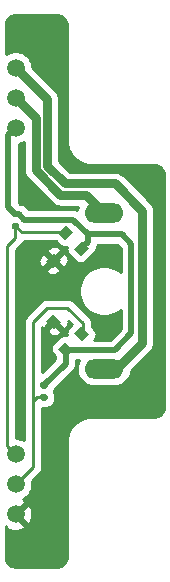
<source format=gbr>
%TF.GenerationSoftware,KiCad,Pcbnew,5.1.9-73d0e3b20d~88~ubuntu20.04.1*%
%TF.CreationDate,2020-12-26T20:48:19-08:00*%
%TF.ProjectId,encoder,656e636f-6465-4722-9e6b-696361645f70,rev?*%
%TF.SameCoordinates,Original*%
%TF.FileFunction,Copper,L1,Top*%
%TF.FilePolarity,Positive*%
%FSLAX46Y46*%
G04 Gerber Fmt 4.6, Leading zero omitted, Abs format (unit mm)*
G04 Created by KiCad (PCBNEW 5.1.9-73d0e3b20d~88~ubuntu20.04.1) date 2020-12-26 20:48:19*
%MOMM*%
%LPD*%
G01*
G04 APERTURE LIST*
%TA.AperFunction,ComponentPad*%
%ADD10O,3.300000X1.650000*%
%TD*%
%TA.AperFunction,ComponentPad*%
%ADD11C,1.520000*%
%TD*%
%TA.AperFunction,SMDPad,CuDef*%
%ADD12C,0.100000*%
%TD*%
%TA.AperFunction,ViaPad*%
%ADD13C,0.800000*%
%TD*%
%TA.AperFunction,Conductor*%
%ADD14C,0.750000*%
%TD*%
%TA.AperFunction,Conductor*%
%ADD15C,0.250000*%
%TD*%
%TA.AperFunction,Conductor*%
%ADD16C,0.500000*%
%TD*%
%TA.AperFunction,Conductor*%
%ADD17C,0.254000*%
%TD*%
%TA.AperFunction,Conductor*%
%ADD18C,0.100000*%
%TD*%
G04 APERTURE END LIST*
%TO.P,R2,2*%
%TO.N,/QUADB*%
%TA.AperFunction,SMDPad,CuDef*%
G36*
G01*
X92315000Y-94240000D02*
X92685000Y-94240000D01*
G75*
G02*
X92820000Y-94375000I0J-135000D01*
G01*
X92820000Y-94645000D01*
G75*
G02*
X92685000Y-94780000I-135000J0D01*
G01*
X92315000Y-94780000D01*
G75*
G02*
X92180000Y-94645000I0J135000D01*
G01*
X92180000Y-94375000D01*
G75*
G02*
X92315000Y-94240000I135000J0D01*
G01*
G37*
%TD.AperFunction*%
%TO.P,R2,1*%
%TO.N,/VCC*%
%TA.AperFunction,SMDPad,CuDef*%
G36*
G01*
X92315000Y-93220000D02*
X92685000Y-93220000D01*
G75*
G02*
X92820000Y-93355000I0J-135000D01*
G01*
X92820000Y-93625000D01*
G75*
G02*
X92685000Y-93760000I-135000J0D01*
G01*
X92315000Y-93760000D01*
G75*
G02*
X92180000Y-93625000I0J135000D01*
G01*
X92180000Y-93355000D01*
G75*
G02*
X92315000Y-93220000I135000J0D01*
G01*
G37*
%TD.AperFunction*%
%TD*%
%TO.P,R1,2*%
%TO.N,/QUADA*%
%TA.AperFunction,SMDPad,CuDef*%
G36*
G01*
X94715000Y-108740000D02*
X95085000Y-108740000D01*
G75*
G02*
X95220000Y-108875000I0J-135000D01*
G01*
X95220000Y-109145000D01*
G75*
G02*
X95085000Y-109280000I-135000J0D01*
G01*
X94715000Y-109280000D01*
G75*
G02*
X94580000Y-109145000I0J135000D01*
G01*
X94580000Y-108875000D01*
G75*
G02*
X94715000Y-108740000I135000J0D01*
G01*
G37*
%TD.AperFunction*%
%TO.P,R1,1*%
%TO.N,/VCC*%
%TA.AperFunction,SMDPad,CuDef*%
G36*
G01*
X94715000Y-107720000D02*
X95085000Y-107720000D01*
G75*
G02*
X95220000Y-107855000I0J-135000D01*
G01*
X95220000Y-108125000D01*
G75*
G02*
X95085000Y-108260000I-135000J0D01*
G01*
X94715000Y-108260000D01*
G75*
G02*
X94580000Y-108125000I0J135000D01*
G01*
X94580000Y-107855000D01*
G75*
G02*
X94715000Y-107720000I135000J0D01*
G01*
G37*
%TD.AperFunction*%
%TD*%
D10*
%TO.P,CN1,7*%
%TO.N,/MOTOR-*%
X100000000Y-106625200D03*
%TO.P,CN1,8*%
%TO.N,/MOTOR+*%
X100000000Y-93375200D03*
D11*
%TO.P,CN1,3*%
%TO.N,/QUADB*%
X92519900Y-113840000D03*
%TO.P,CN1,2*%
%TO.N,/QUADA*%
X92519900Y-116380000D03*
%TO.P,CN1,1*%
%TO.N,/GND*%
X92519900Y-118920000D03*
%TO.P,CN1,6*%
%TO.N,/MOTOR-*%
X92519900Y-81080000D03*
%TO.P,CN1,5*%
%TO.N,/MOTOR+*%
X92519900Y-83620000D03*
%TO.P,CN1,4*%
%TO.N,/VCC*%
X92519900Y-86160000D03*
%TD*%
%TA.AperFunction,SMDPad,CuDef*%
D12*
%TO.P,Q2,2*%
%TO.N,/GND*%
G36*
X95792183Y-103217868D02*
G01*
X95085076Y-102510761D01*
X95650761Y-101945076D01*
X96357868Y-102652183D01*
X95792183Y-103217868D01*
G37*
%TD.AperFunction*%
%TA.AperFunction,SMDPad,CuDef*%
%TO.P,Q2,1*%
%TO.N,/VCC*%
G36*
X96817488Y-105586676D02*
G01*
X96110381Y-104879569D01*
X96676066Y-104313884D01*
X97383173Y-105020991D01*
X96817488Y-105586676D01*
G37*
%TD.AperFunction*%
%TA.AperFunction,SMDPad,CuDef*%
%TO.P,Q2,3*%
%TO.N,/QUADA*%
G36*
X98160991Y-104243173D02*
G01*
X97453884Y-103536066D01*
X98019569Y-102970381D01*
X98726676Y-103677488D01*
X98160991Y-104243173D01*
G37*
%TD.AperFunction*%
%TD*%
%TA.AperFunction,SMDPad,CuDef*%
%TO.P,Q1,2*%
%TO.N,/GND*%
G36*
X96357868Y-97347817D02*
G01*
X95650761Y-98054924D01*
X95085076Y-97489239D01*
X95792183Y-96782132D01*
X96357868Y-97347817D01*
G37*
%TD.AperFunction*%
%TA.AperFunction,SMDPad,CuDef*%
%TO.P,Q1,1*%
%TO.N,/VCC*%
G36*
X98726676Y-96322512D02*
G01*
X98019569Y-97029619D01*
X97453884Y-96463934D01*
X98160991Y-95756827D01*
X98726676Y-96322512D01*
G37*
%TD.AperFunction*%
%TA.AperFunction,SMDPad,CuDef*%
%TO.P,Q1,3*%
%TO.N,/QUADB*%
G36*
X97383173Y-94979009D02*
G01*
X96676066Y-95686116D01*
X96110381Y-95120431D01*
X96817488Y-94413324D01*
X97383173Y-94979009D01*
G37*
%TD.AperFunction*%
%TD*%
D13*
%TO.N,/GND*%
X94600000Y-98500000D03*
X94200000Y-92100000D03*
X97000000Y-89300000D03*
X95200000Y-104900000D03*
X95200000Y-111400000D03*
%TD*%
D14*
%TO.N,/MOTOR-*%
X96700000Y-90900000D02*
X95200000Y-89400000D01*
X103200000Y-93200000D02*
X100900000Y-90900000D01*
X103200000Y-104400000D02*
X103200000Y-93200000D01*
X100974800Y-106625200D02*
X103200000Y-104400000D01*
X100900000Y-90900000D02*
X96700000Y-90900000D01*
X100000000Y-106625200D02*
X100974800Y-106625200D01*
X95200000Y-83760100D02*
X95200000Y-85700000D01*
X92519900Y-81080000D02*
X95200000Y-83760100D01*
X95200000Y-89400000D02*
X95200000Y-85700000D01*
%TO.N,/MOTOR+*%
X98474810Y-91850010D02*
X96306492Y-91850010D01*
X100000000Y-93375200D02*
X98474810Y-91850010D01*
X96306492Y-91850010D02*
X94249989Y-89793507D01*
X92519900Y-83620000D02*
X94249989Y-85350089D01*
X94249989Y-89793507D02*
X94249989Y-88250011D01*
X94249989Y-85350089D02*
X94249989Y-88250011D01*
D15*
%TO.N,/QUADB*%
X91800000Y-96200000D02*
X92500000Y-95500000D01*
X92519900Y-113840000D02*
X91800000Y-113120100D01*
X91800000Y-113120100D02*
X91800000Y-96200000D01*
X92500000Y-95500000D02*
X92500000Y-94510000D01*
X93039720Y-95049720D02*
X96746777Y-95049720D01*
X92500000Y-94510000D02*
X93039720Y-95049720D01*
%TO.N,/QUADA*%
X94012500Y-109287500D02*
X94000000Y-109300000D01*
X98200000Y-103497057D02*
X98090280Y-103606777D01*
X98200000Y-102700000D02*
X98200000Y-103497057D01*
X95200000Y-101400000D02*
X96900000Y-101400000D01*
X96900000Y-101400000D02*
X98200000Y-102700000D01*
X94000000Y-109300000D02*
X94000000Y-102600000D01*
X94000000Y-102600000D02*
X95200000Y-101400000D01*
X92519900Y-116380000D02*
X94000000Y-114899900D01*
X94000000Y-114899900D02*
X94000000Y-113400000D01*
X94000000Y-113400000D02*
X94000000Y-109300000D01*
X94290000Y-109010000D02*
X94000000Y-109300000D01*
X94900000Y-109010000D02*
X94290000Y-109010000D01*
D16*
%TO.N,/GND*%
X94640000Y-98500000D02*
X95721472Y-97418528D01*
X94600000Y-98500000D02*
X94640000Y-98500000D01*
X95200000Y-103102944D02*
X95200000Y-104900000D01*
X95721472Y-102581472D02*
X95200000Y-103102944D01*
%TO.N,/VCC*%
X96796497Y-105000000D02*
X96746777Y-104950280D01*
X99283503Y-95200000D02*
X101500000Y-95200000D01*
X101500000Y-95200000D02*
X102300000Y-96000000D01*
X102300000Y-96000000D02*
X102300000Y-103600000D01*
X102300000Y-103600000D02*
X100900000Y-105000000D01*
X100900000Y-105000000D02*
X96796497Y-105000000D01*
X99283503Y-95200000D02*
X98600000Y-95200000D01*
X98600000Y-95883503D02*
X98090280Y-96393223D01*
X98600000Y-95200000D02*
X98600000Y-95883503D01*
X98600000Y-95200000D02*
X97363314Y-93963314D01*
X97363314Y-93963314D02*
X93250814Y-93963314D01*
X91900000Y-92890000D02*
X92500000Y-93490000D01*
X91900000Y-86779900D02*
X91900000Y-92890000D01*
X92519900Y-86160000D02*
X91900000Y-86779900D01*
X92777500Y-93490000D02*
X92500000Y-93490000D01*
X93250814Y-93963314D02*
X92777500Y-93490000D01*
X96746777Y-106143223D02*
X94900000Y-107990000D01*
X96746777Y-104950280D02*
X96746777Y-106143223D01*
%TD*%
D17*
%TO.N,/GND*%
X96111703Y-76670542D02*
X96111705Y-76670542D01*
X96159926Y-76674251D01*
X96211037Y-76686046D01*
X96278418Y-76708506D01*
X96355168Y-76740486D01*
X96424388Y-76775096D01*
X96475561Y-76807661D01*
X96532739Y-76853404D01*
X96592665Y-76907337D01*
X96646606Y-76967271D01*
X96692338Y-77024437D01*
X96724904Y-77075612D01*
X96759514Y-77144832D01*
X96791495Y-77221585D01*
X96813954Y-77288964D01*
X96825749Y-77340074D01*
X96829458Y-77388295D01*
X96829458Y-77388296D01*
X96840001Y-77525354D01*
X96840000Y-87192974D01*
X96839458Y-87218296D01*
X96840000Y-87225342D01*
X96840000Y-87232418D01*
X96842486Y-87257657D01*
X96849458Y-87348295D01*
X96849458Y-87348296D01*
X96858281Y-87462997D01*
X96857115Y-87480190D01*
X96863256Y-87527670D01*
X96864431Y-87542943D01*
X96867415Y-87559827D01*
X96869613Y-87576818D01*
X96873055Y-87591734D01*
X96881390Y-87638889D01*
X96887643Y-87654949D01*
X96906715Y-87737597D01*
X96913618Y-87767954D01*
X96913952Y-87768956D01*
X96914192Y-87769996D01*
X96924196Y-87799688D01*
X96961254Y-87910864D01*
X96968301Y-87933920D01*
X96971493Y-87941580D01*
X96974121Y-87949465D01*
X96983960Y-87971501D01*
X97027045Y-88074906D01*
X97035180Y-88096164D01*
X97039516Y-88104837D01*
X97043239Y-88113771D01*
X97053992Y-88133787D01*
X97081339Y-88188481D01*
X97081778Y-88190055D01*
X97110393Y-88246589D01*
X97124177Y-88274157D01*
X97125043Y-88275532D01*
X97125779Y-88276987D01*
X97142382Y-88303077D01*
X97176082Y-88356613D01*
X97177205Y-88357798D01*
X97180043Y-88362259D01*
X97181259Y-88365301D01*
X97214910Y-88417050D01*
X97230589Y-88441688D01*
X97232599Y-88444252D01*
X97234375Y-88446983D01*
X97252611Y-88469777D01*
X97290703Y-88518366D01*
X97293190Y-88520501D01*
X97326365Y-88561971D01*
X97337739Y-88577419D01*
X97346603Y-88587267D01*
X97354879Y-88597613D01*
X97368271Y-88611343D01*
X97407500Y-88654931D01*
X97408703Y-88656923D01*
X97450885Y-88703138D01*
X97471113Y-88725613D01*
X97472830Y-88727180D01*
X97474387Y-88728886D01*
X97496760Y-88749022D01*
X97543077Y-88791297D01*
X97545069Y-88792500D01*
X97588660Y-88831733D01*
X97602387Y-88845121D01*
X97612725Y-88853392D01*
X97622580Y-88862261D01*
X97638035Y-88873640D01*
X97679500Y-88906812D01*
X97681634Y-88909297D01*
X97730180Y-88947356D01*
X97753016Y-88965625D01*
X97755753Y-88967405D01*
X97758312Y-88969411D01*
X97782930Y-88985077D01*
X97834698Y-89018740D01*
X97837738Y-89019955D01*
X97842202Y-89022795D01*
X97843387Y-89023918D01*
X97896923Y-89057618D01*
X97923013Y-89074221D01*
X97924468Y-89074957D01*
X97925843Y-89075823D01*
X97953411Y-89089607D01*
X98009945Y-89118222D01*
X98011519Y-89118661D01*
X98066213Y-89146008D01*
X98086229Y-89156761D01*
X98095163Y-89160484D01*
X98103836Y-89164820D01*
X98125087Y-89172952D01*
X98228499Y-89216040D01*
X98250535Y-89225879D01*
X98258420Y-89228507D01*
X98266080Y-89231699D01*
X98289133Y-89238745D01*
X98400388Y-89275830D01*
X98430004Y-89285808D01*
X98431041Y-89286047D01*
X98432045Y-89286382D01*
X98462458Y-89293297D01*
X98545052Y-89312357D01*
X98561111Y-89318610D01*
X98608263Y-89326944D01*
X98623181Y-89330387D01*
X98640175Y-89332585D01*
X98657057Y-89335569D01*
X98672329Y-89336744D01*
X98719810Y-89342885D01*
X98737003Y-89341719D01*
X98851703Y-89350542D01*
X98851705Y-89350542D01*
X98942341Y-89357514D01*
X98967581Y-89360000D01*
X98974657Y-89360000D01*
X98981703Y-89360542D01*
X99007025Y-89360000D01*
X104224659Y-89360000D01*
X104361703Y-89370542D01*
X104361705Y-89370542D01*
X104409926Y-89374251D01*
X104461037Y-89386046D01*
X104528418Y-89408506D01*
X104605168Y-89440486D01*
X104674388Y-89475096D01*
X104725561Y-89507661D01*
X104782739Y-89553404D01*
X104842665Y-89607337D01*
X104896606Y-89667271D01*
X104942338Y-89724437D01*
X104974904Y-89775612D01*
X105009514Y-89844832D01*
X105041495Y-89921585D01*
X105063954Y-89988964D01*
X105075749Y-90040074D01*
X105079458Y-90088295D01*
X105079458Y-90088296D01*
X105090001Y-90225354D01*
X105090000Y-109774659D01*
X105079458Y-109911704D01*
X105075749Y-109959926D01*
X105063954Y-110011036D01*
X105041495Y-110078415D01*
X105009514Y-110155168D01*
X104974904Y-110224388D01*
X104942338Y-110275563D01*
X104896606Y-110332729D01*
X104842665Y-110392663D01*
X104782739Y-110446596D01*
X104725561Y-110492339D01*
X104674388Y-110524904D01*
X104605168Y-110559514D01*
X104528418Y-110591494D01*
X104461037Y-110613954D01*
X104409926Y-110625749D01*
X104361705Y-110629458D01*
X104361703Y-110629458D01*
X104224659Y-110640000D01*
X99007025Y-110640000D01*
X98981703Y-110639458D01*
X98974657Y-110640000D01*
X98967581Y-110640000D01*
X98942341Y-110642486D01*
X98851705Y-110649458D01*
X98851703Y-110649458D01*
X98737003Y-110658281D01*
X98719810Y-110657115D01*
X98672329Y-110663256D01*
X98657057Y-110664431D01*
X98640175Y-110667415D01*
X98623181Y-110669613D01*
X98608263Y-110673056D01*
X98561111Y-110681390D01*
X98545052Y-110687643D01*
X98462458Y-110706703D01*
X98432045Y-110713618D01*
X98431041Y-110713953D01*
X98430004Y-110714192D01*
X98400388Y-110724170D01*
X98289133Y-110761255D01*
X98266080Y-110768301D01*
X98258420Y-110771493D01*
X98250535Y-110774121D01*
X98228499Y-110783960D01*
X98125087Y-110827048D01*
X98103836Y-110835180D01*
X98095163Y-110839516D01*
X98086229Y-110843239D01*
X98066213Y-110853992D01*
X98011519Y-110881339D01*
X98009945Y-110881778D01*
X97953411Y-110910393D01*
X97925843Y-110924177D01*
X97924468Y-110925043D01*
X97923013Y-110925779D01*
X97896923Y-110942382D01*
X97843387Y-110976082D01*
X97842202Y-110977205D01*
X97837738Y-110980045D01*
X97834698Y-110981260D01*
X97782930Y-111014923D01*
X97758312Y-111030589D01*
X97755753Y-111032595D01*
X97753016Y-111034375D01*
X97730180Y-111052644D01*
X97681634Y-111090703D01*
X97679500Y-111093188D01*
X97638035Y-111126360D01*
X97622580Y-111137739D01*
X97612725Y-111146608D01*
X97602387Y-111154879D01*
X97588660Y-111168267D01*
X97545069Y-111207500D01*
X97543077Y-111208703D01*
X97496760Y-111250978D01*
X97474387Y-111271114D01*
X97472830Y-111272820D01*
X97471113Y-111274387D01*
X97450885Y-111296862D01*
X97408703Y-111343077D01*
X97407500Y-111345069D01*
X97368271Y-111388657D01*
X97354879Y-111402387D01*
X97346603Y-111412733D01*
X97337739Y-111422581D01*
X97326365Y-111438029D01*
X97293190Y-111479499D01*
X97290703Y-111481634D01*
X97252611Y-111530223D01*
X97234375Y-111553017D01*
X97232599Y-111555748D01*
X97230589Y-111558312D01*
X97214910Y-111582950D01*
X97181259Y-111634699D01*
X97180043Y-111637741D01*
X97177205Y-111642202D01*
X97176082Y-111643387D01*
X97142445Y-111696823D01*
X97125779Y-111723013D01*
X97125043Y-111724468D01*
X97124177Y-111725843D01*
X97110393Y-111753411D01*
X97081778Y-111809945D01*
X97081339Y-111811519D01*
X97053992Y-111866213D01*
X97043239Y-111886229D01*
X97039516Y-111895163D01*
X97035180Y-111903836D01*
X97027045Y-111925094D01*
X96983960Y-112028499D01*
X96974121Y-112050535D01*
X96971493Y-112058420D01*
X96968301Y-112066080D01*
X96961254Y-112089136D01*
X96924196Y-112200312D01*
X96914192Y-112230004D01*
X96913952Y-112231044D01*
X96913618Y-112232046D01*
X96906715Y-112262403D01*
X96887643Y-112345051D01*
X96881390Y-112361111D01*
X96873055Y-112408266D01*
X96869613Y-112423182D01*
X96867415Y-112440173D01*
X96864431Y-112457057D01*
X96863256Y-112472330D01*
X96857115Y-112519810D01*
X96858281Y-112537003D01*
X96853087Y-112604524D01*
X96842483Y-112742384D01*
X96840001Y-112767581D01*
X96840001Y-112774645D01*
X96839458Y-112781704D01*
X96840001Y-112807072D01*
X96840000Y-122474659D01*
X96829458Y-122611703D01*
X96825749Y-122659926D01*
X96813954Y-122711036D01*
X96791495Y-122778415D01*
X96759514Y-122855168D01*
X96724904Y-122924388D01*
X96692338Y-122975563D01*
X96646606Y-123032729D01*
X96592665Y-123092663D01*
X96532739Y-123146596D01*
X96475561Y-123192339D01*
X96424388Y-123224904D01*
X96355168Y-123259514D01*
X96278418Y-123291494D01*
X96211037Y-123313954D01*
X96159926Y-123325749D01*
X96111705Y-123329458D01*
X96111703Y-123329458D01*
X95974659Y-123340000D01*
X92525341Y-123340000D01*
X92388296Y-123329458D01*
X92388295Y-123329458D01*
X92340074Y-123325749D01*
X92288964Y-123313954D01*
X92221585Y-123291495D01*
X92144832Y-123259514D01*
X92075612Y-123224904D01*
X92024437Y-123192338D01*
X91967271Y-123146606D01*
X91907337Y-123092665D01*
X91853404Y-123032739D01*
X91807661Y-122975561D01*
X91775096Y-122924388D01*
X91740486Y-122855168D01*
X91708506Y-122778418D01*
X91686046Y-122711037D01*
X91674251Y-122659926D01*
X91670542Y-122611703D01*
X91660000Y-122474659D01*
X91660000Y-119959508D01*
X91735369Y-119884139D01*
X91802106Y-120124025D01*
X92050792Y-120240924D01*
X92317506Y-120307061D01*
X92591997Y-120319895D01*
X92863717Y-120278931D01*
X93122226Y-120185744D01*
X93237694Y-120124025D01*
X93304431Y-119884137D01*
X92519900Y-119099605D01*
X92505758Y-119113748D01*
X92326152Y-118934142D01*
X92340295Y-118920000D01*
X92699505Y-118920000D01*
X93484037Y-119704531D01*
X93723925Y-119637794D01*
X93840824Y-119389108D01*
X93906961Y-119122394D01*
X93919795Y-118847903D01*
X93878831Y-118576183D01*
X93785644Y-118317674D01*
X93723925Y-118202206D01*
X93484037Y-118135469D01*
X92699505Y-118920000D01*
X92340295Y-118920000D01*
X92326152Y-118905858D01*
X92505758Y-118726252D01*
X92519900Y-118740395D01*
X93304431Y-117955863D01*
X93237694Y-117715975D01*
X93098193Y-117650400D01*
X93180680Y-117616233D01*
X93409161Y-117463567D01*
X93603467Y-117269261D01*
X93756133Y-117040780D01*
X93861291Y-116786907D01*
X93914900Y-116517396D01*
X93914900Y-116242604D01*
X93884571Y-116090131D01*
X94511009Y-115463694D01*
X94540001Y-115439901D01*
X94563795Y-115410908D01*
X94563799Y-115410904D01*
X94634973Y-115324177D01*
X94634974Y-115324176D01*
X94705546Y-115192147D01*
X94749003Y-115048886D01*
X94760000Y-114937233D01*
X94760000Y-114937224D01*
X94763676Y-114899901D01*
X94760000Y-114862578D01*
X94760000Y-109918072D01*
X95085000Y-109918072D01*
X95235819Y-109903218D01*
X95380842Y-109859225D01*
X95514496Y-109787786D01*
X95631644Y-109691644D01*
X95727786Y-109574496D01*
X95799225Y-109440842D01*
X95843218Y-109295819D01*
X95858072Y-109145000D01*
X95858072Y-108875000D01*
X95843218Y-108724181D01*
X95799225Y-108579158D01*
X95756914Y-108500000D01*
X95799225Y-108420842D01*
X95833403Y-108308176D01*
X97341826Y-106799753D01*
X97375594Y-106772040D01*
X97486188Y-106637282D01*
X97568366Y-106483536D01*
X97618972Y-106316713D01*
X97631777Y-106186700D01*
X97631777Y-106186690D01*
X97636058Y-106143224D01*
X97631777Y-106099757D01*
X97631777Y-105885000D01*
X97915169Y-105885000D01*
X97819610Y-106063779D01*
X97736125Y-106338990D01*
X97707936Y-106625200D01*
X97736125Y-106911410D01*
X97819610Y-107186621D01*
X97955181Y-107440257D01*
X98137629Y-107662571D01*
X98359943Y-107845019D01*
X98613579Y-107980590D01*
X98888790Y-108064075D01*
X99103277Y-108085200D01*
X100896723Y-108085200D01*
X101111210Y-108064075D01*
X101386421Y-107980590D01*
X101640057Y-107845019D01*
X101862371Y-107662571D01*
X102044819Y-107440257D01*
X102180390Y-107186621D01*
X102263875Y-106911410D01*
X102279927Y-106748428D01*
X103879094Y-105149261D01*
X103917633Y-105117633D01*
X104043847Y-104963840D01*
X104137632Y-104788380D01*
X104141141Y-104776811D01*
X104195385Y-104597995D01*
X104214886Y-104400001D01*
X104210000Y-104350393D01*
X104210000Y-93249604D01*
X104214886Y-93199999D01*
X104210000Y-93150392D01*
X104195385Y-93002006D01*
X104137632Y-92811620D01*
X104043847Y-92636160D01*
X103917633Y-92482367D01*
X103879094Y-92450739D01*
X101649261Y-90220906D01*
X101617633Y-90182367D01*
X101463840Y-90056153D01*
X101288380Y-89962368D01*
X101097994Y-89904615D01*
X100949608Y-89890000D01*
X100900000Y-89885114D01*
X100850392Y-89890000D01*
X97118355Y-89890000D01*
X96210000Y-88981645D01*
X96210000Y-83809708D01*
X96214886Y-83760100D01*
X96195385Y-83562105D01*
X96137632Y-83371720D01*
X96043847Y-83196260D01*
X95917633Y-83042467D01*
X95879100Y-83010844D01*
X93914900Y-81046645D01*
X93914900Y-80942604D01*
X93861291Y-80673093D01*
X93756133Y-80419220D01*
X93603467Y-80190739D01*
X93409161Y-79996433D01*
X93180680Y-79843767D01*
X92926807Y-79738609D01*
X92657296Y-79685000D01*
X92382504Y-79685000D01*
X92112993Y-79738609D01*
X91859120Y-79843767D01*
X91660000Y-79976815D01*
X91660000Y-77525341D01*
X91670542Y-77388297D01*
X91670542Y-77388295D01*
X91674251Y-77340074D01*
X91686046Y-77288963D01*
X91708506Y-77221582D01*
X91740486Y-77144832D01*
X91775096Y-77075612D01*
X91807661Y-77024439D01*
X91853404Y-76967261D01*
X91907337Y-76907335D01*
X91967271Y-76853394D01*
X92024437Y-76807662D01*
X92075612Y-76775096D01*
X92144832Y-76740486D01*
X92221585Y-76708505D01*
X92288964Y-76686046D01*
X92340074Y-76674251D01*
X92388295Y-76670542D01*
X92388296Y-76670542D01*
X92525341Y-76660000D01*
X95974659Y-76660000D01*
X96111703Y-76670542D01*
%TA.AperFunction,Conductor*%
D18*
G36*
X96111703Y-76670542D02*
G01*
X96111705Y-76670542D01*
X96159926Y-76674251D01*
X96211037Y-76686046D01*
X96278418Y-76708506D01*
X96355168Y-76740486D01*
X96424388Y-76775096D01*
X96475561Y-76807661D01*
X96532739Y-76853404D01*
X96592665Y-76907337D01*
X96646606Y-76967271D01*
X96692338Y-77024437D01*
X96724904Y-77075612D01*
X96759514Y-77144832D01*
X96791495Y-77221585D01*
X96813954Y-77288964D01*
X96825749Y-77340074D01*
X96829458Y-77388295D01*
X96829458Y-77388296D01*
X96840001Y-77525354D01*
X96840000Y-87192974D01*
X96839458Y-87218296D01*
X96840000Y-87225342D01*
X96840000Y-87232418D01*
X96842486Y-87257657D01*
X96849458Y-87348295D01*
X96849458Y-87348296D01*
X96858281Y-87462997D01*
X96857115Y-87480190D01*
X96863256Y-87527670D01*
X96864431Y-87542943D01*
X96867415Y-87559827D01*
X96869613Y-87576818D01*
X96873055Y-87591734D01*
X96881390Y-87638889D01*
X96887643Y-87654949D01*
X96906715Y-87737597D01*
X96913618Y-87767954D01*
X96913952Y-87768956D01*
X96914192Y-87769996D01*
X96924196Y-87799688D01*
X96961254Y-87910864D01*
X96968301Y-87933920D01*
X96971493Y-87941580D01*
X96974121Y-87949465D01*
X96983960Y-87971501D01*
X97027045Y-88074906D01*
X97035180Y-88096164D01*
X97039516Y-88104837D01*
X97043239Y-88113771D01*
X97053992Y-88133787D01*
X97081339Y-88188481D01*
X97081778Y-88190055D01*
X97110393Y-88246589D01*
X97124177Y-88274157D01*
X97125043Y-88275532D01*
X97125779Y-88276987D01*
X97142382Y-88303077D01*
X97176082Y-88356613D01*
X97177205Y-88357798D01*
X97180043Y-88362259D01*
X97181259Y-88365301D01*
X97214910Y-88417050D01*
X97230589Y-88441688D01*
X97232599Y-88444252D01*
X97234375Y-88446983D01*
X97252611Y-88469777D01*
X97290703Y-88518366D01*
X97293190Y-88520501D01*
X97326365Y-88561971D01*
X97337739Y-88577419D01*
X97346603Y-88587267D01*
X97354879Y-88597613D01*
X97368271Y-88611343D01*
X97407500Y-88654931D01*
X97408703Y-88656923D01*
X97450885Y-88703138D01*
X97471113Y-88725613D01*
X97472830Y-88727180D01*
X97474387Y-88728886D01*
X97496760Y-88749022D01*
X97543077Y-88791297D01*
X97545069Y-88792500D01*
X97588660Y-88831733D01*
X97602387Y-88845121D01*
X97612725Y-88853392D01*
X97622580Y-88862261D01*
X97638035Y-88873640D01*
X97679500Y-88906812D01*
X97681634Y-88909297D01*
X97730180Y-88947356D01*
X97753016Y-88965625D01*
X97755753Y-88967405D01*
X97758312Y-88969411D01*
X97782930Y-88985077D01*
X97834698Y-89018740D01*
X97837738Y-89019955D01*
X97842202Y-89022795D01*
X97843387Y-89023918D01*
X97896923Y-89057618D01*
X97923013Y-89074221D01*
X97924468Y-89074957D01*
X97925843Y-89075823D01*
X97953411Y-89089607D01*
X98009945Y-89118222D01*
X98011519Y-89118661D01*
X98066213Y-89146008D01*
X98086229Y-89156761D01*
X98095163Y-89160484D01*
X98103836Y-89164820D01*
X98125087Y-89172952D01*
X98228499Y-89216040D01*
X98250535Y-89225879D01*
X98258420Y-89228507D01*
X98266080Y-89231699D01*
X98289133Y-89238745D01*
X98400388Y-89275830D01*
X98430004Y-89285808D01*
X98431041Y-89286047D01*
X98432045Y-89286382D01*
X98462458Y-89293297D01*
X98545052Y-89312357D01*
X98561111Y-89318610D01*
X98608263Y-89326944D01*
X98623181Y-89330387D01*
X98640175Y-89332585D01*
X98657057Y-89335569D01*
X98672329Y-89336744D01*
X98719810Y-89342885D01*
X98737003Y-89341719D01*
X98851703Y-89350542D01*
X98851705Y-89350542D01*
X98942341Y-89357514D01*
X98967581Y-89360000D01*
X98974657Y-89360000D01*
X98981703Y-89360542D01*
X99007025Y-89360000D01*
X104224659Y-89360000D01*
X104361703Y-89370542D01*
X104361705Y-89370542D01*
X104409926Y-89374251D01*
X104461037Y-89386046D01*
X104528418Y-89408506D01*
X104605168Y-89440486D01*
X104674388Y-89475096D01*
X104725561Y-89507661D01*
X104782739Y-89553404D01*
X104842665Y-89607337D01*
X104896606Y-89667271D01*
X104942338Y-89724437D01*
X104974904Y-89775612D01*
X105009514Y-89844832D01*
X105041495Y-89921585D01*
X105063954Y-89988964D01*
X105075749Y-90040074D01*
X105079458Y-90088295D01*
X105079458Y-90088296D01*
X105090001Y-90225354D01*
X105090000Y-109774659D01*
X105079458Y-109911704D01*
X105075749Y-109959926D01*
X105063954Y-110011036D01*
X105041495Y-110078415D01*
X105009514Y-110155168D01*
X104974904Y-110224388D01*
X104942338Y-110275563D01*
X104896606Y-110332729D01*
X104842665Y-110392663D01*
X104782739Y-110446596D01*
X104725561Y-110492339D01*
X104674388Y-110524904D01*
X104605168Y-110559514D01*
X104528418Y-110591494D01*
X104461037Y-110613954D01*
X104409926Y-110625749D01*
X104361705Y-110629458D01*
X104361703Y-110629458D01*
X104224659Y-110640000D01*
X99007025Y-110640000D01*
X98981703Y-110639458D01*
X98974657Y-110640000D01*
X98967581Y-110640000D01*
X98942341Y-110642486D01*
X98851705Y-110649458D01*
X98851703Y-110649458D01*
X98737003Y-110658281D01*
X98719810Y-110657115D01*
X98672329Y-110663256D01*
X98657057Y-110664431D01*
X98640175Y-110667415D01*
X98623181Y-110669613D01*
X98608263Y-110673056D01*
X98561111Y-110681390D01*
X98545052Y-110687643D01*
X98462458Y-110706703D01*
X98432045Y-110713618D01*
X98431041Y-110713953D01*
X98430004Y-110714192D01*
X98400388Y-110724170D01*
X98289133Y-110761255D01*
X98266080Y-110768301D01*
X98258420Y-110771493D01*
X98250535Y-110774121D01*
X98228499Y-110783960D01*
X98125087Y-110827048D01*
X98103836Y-110835180D01*
X98095163Y-110839516D01*
X98086229Y-110843239D01*
X98066213Y-110853992D01*
X98011519Y-110881339D01*
X98009945Y-110881778D01*
X97953411Y-110910393D01*
X97925843Y-110924177D01*
X97924468Y-110925043D01*
X97923013Y-110925779D01*
X97896923Y-110942382D01*
X97843387Y-110976082D01*
X97842202Y-110977205D01*
X97837738Y-110980045D01*
X97834698Y-110981260D01*
X97782930Y-111014923D01*
X97758312Y-111030589D01*
X97755753Y-111032595D01*
X97753016Y-111034375D01*
X97730180Y-111052644D01*
X97681634Y-111090703D01*
X97679500Y-111093188D01*
X97638035Y-111126360D01*
X97622580Y-111137739D01*
X97612725Y-111146608D01*
X97602387Y-111154879D01*
X97588660Y-111168267D01*
X97545069Y-111207500D01*
X97543077Y-111208703D01*
X97496760Y-111250978D01*
X97474387Y-111271114D01*
X97472830Y-111272820D01*
X97471113Y-111274387D01*
X97450885Y-111296862D01*
X97408703Y-111343077D01*
X97407500Y-111345069D01*
X97368271Y-111388657D01*
X97354879Y-111402387D01*
X97346603Y-111412733D01*
X97337739Y-111422581D01*
X97326365Y-111438029D01*
X97293190Y-111479499D01*
X97290703Y-111481634D01*
X97252611Y-111530223D01*
X97234375Y-111553017D01*
X97232599Y-111555748D01*
X97230589Y-111558312D01*
X97214910Y-111582950D01*
X97181259Y-111634699D01*
X97180043Y-111637741D01*
X97177205Y-111642202D01*
X97176082Y-111643387D01*
X97142445Y-111696823D01*
X97125779Y-111723013D01*
X97125043Y-111724468D01*
X97124177Y-111725843D01*
X97110393Y-111753411D01*
X97081778Y-111809945D01*
X97081339Y-111811519D01*
X97053992Y-111866213D01*
X97043239Y-111886229D01*
X97039516Y-111895163D01*
X97035180Y-111903836D01*
X97027045Y-111925094D01*
X96983960Y-112028499D01*
X96974121Y-112050535D01*
X96971493Y-112058420D01*
X96968301Y-112066080D01*
X96961254Y-112089136D01*
X96924196Y-112200312D01*
X96914192Y-112230004D01*
X96913952Y-112231044D01*
X96913618Y-112232046D01*
X96906715Y-112262403D01*
X96887643Y-112345051D01*
X96881390Y-112361111D01*
X96873055Y-112408266D01*
X96869613Y-112423182D01*
X96867415Y-112440173D01*
X96864431Y-112457057D01*
X96863256Y-112472330D01*
X96857115Y-112519810D01*
X96858281Y-112537003D01*
X96853087Y-112604524D01*
X96842483Y-112742384D01*
X96840001Y-112767581D01*
X96840001Y-112774645D01*
X96839458Y-112781704D01*
X96840001Y-112807072D01*
X96840000Y-122474659D01*
X96829458Y-122611703D01*
X96825749Y-122659926D01*
X96813954Y-122711036D01*
X96791495Y-122778415D01*
X96759514Y-122855168D01*
X96724904Y-122924388D01*
X96692338Y-122975563D01*
X96646606Y-123032729D01*
X96592665Y-123092663D01*
X96532739Y-123146596D01*
X96475561Y-123192339D01*
X96424388Y-123224904D01*
X96355168Y-123259514D01*
X96278418Y-123291494D01*
X96211037Y-123313954D01*
X96159926Y-123325749D01*
X96111705Y-123329458D01*
X96111703Y-123329458D01*
X95974659Y-123340000D01*
X92525341Y-123340000D01*
X92388296Y-123329458D01*
X92388295Y-123329458D01*
X92340074Y-123325749D01*
X92288964Y-123313954D01*
X92221585Y-123291495D01*
X92144832Y-123259514D01*
X92075612Y-123224904D01*
X92024437Y-123192338D01*
X91967271Y-123146606D01*
X91907337Y-123092665D01*
X91853404Y-123032739D01*
X91807661Y-122975561D01*
X91775096Y-122924388D01*
X91740486Y-122855168D01*
X91708506Y-122778418D01*
X91686046Y-122711037D01*
X91674251Y-122659926D01*
X91670542Y-122611703D01*
X91660000Y-122474659D01*
X91660000Y-119959508D01*
X91735369Y-119884139D01*
X91802106Y-120124025D01*
X92050792Y-120240924D01*
X92317506Y-120307061D01*
X92591997Y-120319895D01*
X92863717Y-120278931D01*
X93122226Y-120185744D01*
X93237694Y-120124025D01*
X93304431Y-119884137D01*
X92519900Y-119099605D01*
X92505758Y-119113748D01*
X92326152Y-118934142D01*
X92340295Y-118920000D01*
X92699505Y-118920000D01*
X93484037Y-119704531D01*
X93723925Y-119637794D01*
X93840824Y-119389108D01*
X93906961Y-119122394D01*
X93919795Y-118847903D01*
X93878831Y-118576183D01*
X93785644Y-118317674D01*
X93723925Y-118202206D01*
X93484037Y-118135469D01*
X92699505Y-118920000D01*
X92340295Y-118920000D01*
X92326152Y-118905858D01*
X92505758Y-118726252D01*
X92519900Y-118740395D01*
X93304431Y-117955863D01*
X93237694Y-117715975D01*
X93098193Y-117650400D01*
X93180680Y-117616233D01*
X93409161Y-117463567D01*
X93603467Y-117269261D01*
X93756133Y-117040780D01*
X93861291Y-116786907D01*
X93914900Y-116517396D01*
X93914900Y-116242604D01*
X93884571Y-116090131D01*
X94511009Y-115463694D01*
X94540001Y-115439901D01*
X94563795Y-115410908D01*
X94563799Y-115410904D01*
X94634973Y-115324177D01*
X94634974Y-115324176D01*
X94705546Y-115192147D01*
X94749003Y-115048886D01*
X94760000Y-114937233D01*
X94760000Y-114937224D01*
X94763676Y-114899901D01*
X94760000Y-114862578D01*
X94760000Y-109918072D01*
X95085000Y-109918072D01*
X95235819Y-109903218D01*
X95380842Y-109859225D01*
X95514496Y-109787786D01*
X95631644Y-109691644D01*
X95727786Y-109574496D01*
X95799225Y-109440842D01*
X95843218Y-109295819D01*
X95858072Y-109145000D01*
X95858072Y-108875000D01*
X95843218Y-108724181D01*
X95799225Y-108579158D01*
X95756914Y-108500000D01*
X95799225Y-108420842D01*
X95833403Y-108308176D01*
X97341826Y-106799753D01*
X97375594Y-106772040D01*
X97486188Y-106637282D01*
X97568366Y-106483536D01*
X97618972Y-106316713D01*
X97631777Y-106186700D01*
X97631777Y-106186690D01*
X97636058Y-106143224D01*
X97631777Y-106099757D01*
X97631777Y-105885000D01*
X97915169Y-105885000D01*
X97819610Y-106063779D01*
X97736125Y-106338990D01*
X97707936Y-106625200D01*
X97736125Y-106911410D01*
X97819610Y-107186621D01*
X97955181Y-107440257D01*
X98137629Y-107662571D01*
X98359943Y-107845019D01*
X98613579Y-107980590D01*
X98888790Y-108064075D01*
X99103277Y-108085200D01*
X100896723Y-108085200D01*
X101111210Y-108064075D01*
X101386421Y-107980590D01*
X101640057Y-107845019D01*
X101862371Y-107662571D01*
X102044819Y-107440257D01*
X102180390Y-107186621D01*
X102263875Y-106911410D01*
X102279927Y-106748428D01*
X103879094Y-105149261D01*
X103917633Y-105117633D01*
X104043847Y-104963840D01*
X104137632Y-104788380D01*
X104141141Y-104776811D01*
X104195385Y-104597995D01*
X104214886Y-104400001D01*
X104210000Y-104350393D01*
X104210000Y-93249604D01*
X104214886Y-93199999D01*
X104210000Y-93150392D01*
X104195385Y-93002006D01*
X104137632Y-92811620D01*
X104043847Y-92636160D01*
X103917633Y-92482367D01*
X103879094Y-92450739D01*
X101649261Y-90220906D01*
X101617633Y-90182367D01*
X101463840Y-90056153D01*
X101288380Y-89962368D01*
X101097994Y-89904615D01*
X100949608Y-89890000D01*
X100900000Y-89885114D01*
X100850392Y-89890000D01*
X97118355Y-89890000D01*
X96210000Y-88981645D01*
X96210000Y-83809708D01*
X96214886Y-83760100D01*
X96195385Y-83562105D01*
X96137632Y-83371720D01*
X96043847Y-83196260D01*
X95917633Y-83042467D01*
X95879100Y-83010844D01*
X93914900Y-81046645D01*
X93914900Y-80942604D01*
X93861291Y-80673093D01*
X93756133Y-80419220D01*
X93603467Y-80190739D01*
X93409161Y-79996433D01*
X93180680Y-79843767D01*
X92926807Y-79738609D01*
X92657296Y-79685000D01*
X92382504Y-79685000D01*
X92112993Y-79738609D01*
X91859120Y-79843767D01*
X91660000Y-79976815D01*
X91660000Y-77525341D01*
X91670542Y-77388297D01*
X91670542Y-77388295D01*
X91674251Y-77340074D01*
X91686046Y-77288963D01*
X91708506Y-77221582D01*
X91740486Y-77144832D01*
X91775096Y-77075612D01*
X91807661Y-77024439D01*
X91853404Y-76967261D01*
X91907337Y-76907335D01*
X91967271Y-76853394D01*
X92024437Y-76807662D01*
X92075612Y-76775096D01*
X92144832Y-76740486D01*
X92221585Y-76708505D01*
X92288964Y-76686046D01*
X92340074Y-76674251D01*
X92388295Y-76670542D01*
X92388296Y-76670542D01*
X92525341Y-76660000D01*
X95974659Y-76660000D01*
X96111703Y-76670542D01*
G37*
%TD.AperFunction*%
D17*
X96224881Y-96137301D02*
X96321572Y-96216653D01*
X96431886Y-96275618D01*
X96551584Y-96311928D01*
X96676066Y-96324188D01*
X96800548Y-96311928D01*
X96840057Y-96299943D01*
X96828072Y-96339452D01*
X96815812Y-96463934D01*
X96828072Y-96588416D01*
X96864382Y-96708114D01*
X96923347Y-96818428D01*
X97002699Y-96915119D01*
X97568384Y-97480804D01*
X97665075Y-97560156D01*
X97775389Y-97619121D01*
X97895087Y-97655431D01*
X98019569Y-97667691D01*
X98144051Y-97655431D01*
X98263749Y-97619121D01*
X98374063Y-97560156D01*
X98470754Y-97480804D01*
X99177861Y-96773697D01*
X99257213Y-96677006D01*
X99316178Y-96566692D01*
X99352488Y-96446994D01*
X99363825Y-96331887D01*
X99421589Y-96223816D01*
X99463699Y-96085000D01*
X101133422Y-96085000D01*
X101415000Y-96366579D01*
X101415000Y-98395654D01*
X101360983Y-98341637D01*
X101011302Y-98107988D01*
X100622756Y-97947047D01*
X100210279Y-97865000D01*
X99789721Y-97865000D01*
X99377244Y-97947047D01*
X98988698Y-98107988D01*
X98639017Y-98341637D01*
X98341637Y-98639017D01*
X98107988Y-98988698D01*
X97947047Y-99377244D01*
X97865000Y-99789721D01*
X97865000Y-100210279D01*
X97947047Y-100622756D01*
X98107988Y-101011302D01*
X98341637Y-101360983D01*
X98639017Y-101658363D01*
X98988698Y-101892012D01*
X99377244Y-102052953D01*
X99789721Y-102135000D01*
X100210279Y-102135000D01*
X100622756Y-102052953D01*
X101011302Y-101892012D01*
X101360983Y-101658363D01*
X101415001Y-101604345D01*
X101415001Y-103233420D01*
X100533422Y-104115000D01*
X99189082Y-104115000D01*
X99257213Y-104031982D01*
X99316178Y-103921668D01*
X99352488Y-103801970D01*
X99364748Y-103677488D01*
X99352488Y-103553006D01*
X99316178Y-103433308D01*
X99257213Y-103322994D01*
X99177861Y-103226303D01*
X98960000Y-103008442D01*
X98960000Y-102737325D01*
X98963676Y-102700000D01*
X98960000Y-102662675D01*
X98960000Y-102662667D01*
X98949003Y-102551014D01*
X98905546Y-102407753D01*
X98834974Y-102275724D01*
X98740001Y-102159999D01*
X98711004Y-102136202D01*
X97463804Y-100889003D01*
X97440001Y-100859999D01*
X97324276Y-100765026D01*
X97192247Y-100694454D01*
X97048986Y-100650997D01*
X96937333Y-100640000D01*
X96937322Y-100640000D01*
X96900000Y-100636324D01*
X96862678Y-100640000D01*
X95237322Y-100640000D01*
X95199999Y-100636324D01*
X95162676Y-100640000D01*
X95162667Y-100640000D01*
X95051014Y-100650997D01*
X94907753Y-100694454D01*
X94775724Y-100765026D01*
X94659999Y-100859999D01*
X94636201Y-100888997D01*
X93488998Y-102036201D01*
X93460000Y-102059999D01*
X93436202Y-102088997D01*
X93436201Y-102088998D01*
X93365026Y-102175724D01*
X93294454Y-102307754D01*
X93265906Y-102401867D01*
X93254387Y-102439844D01*
X93250998Y-102451015D01*
X93236324Y-102600000D01*
X93240001Y-102637332D01*
X93240000Y-109262677D01*
X93236324Y-109300000D01*
X93240000Y-109337322D01*
X93240000Y-109337332D01*
X93240001Y-109337342D01*
X93240000Y-112643403D01*
X93180680Y-112603767D01*
X92926807Y-112498609D01*
X92657296Y-112445000D01*
X92560000Y-112445000D01*
X92560000Y-98198644D01*
X95120962Y-98198644D01*
X95120962Y-98423150D01*
X95199576Y-98506109D01*
X95296267Y-98585462D01*
X95406582Y-98644426D01*
X95526280Y-98680736D01*
X95650761Y-98692996D01*
X95775243Y-98680736D01*
X95894941Y-98644426D01*
X96005255Y-98585462D01*
X96101946Y-98506109D01*
X96251272Y-98352439D01*
X96251272Y-98127933D01*
X95721472Y-97598133D01*
X95120962Y-98198644D01*
X92560000Y-98198644D01*
X92560000Y-97489239D01*
X94447004Y-97489239D01*
X94459264Y-97613720D01*
X94495574Y-97733418D01*
X94554538Y-97843733D01*
X94633891Y-97940424D01*
X94716850Y-98019038D01*
X94941356Y-98019038D01*
X95541867Y-97418528D01*
X95901077Y-97418528D01*
X96430877Y-97948328D01*
X96655383Y-97948328D01*
X96809053Y-97799002D01*
X96888406Y-97702311D01*
X96947370Y-97591997D01*
X96983680Y-97472299D01*
X96995940Y-97347817D01*
X96983680Y-97223336D01*
X96947370Y-97103638D01*
X96888406Y-96993323D01*
X96809053Y-96896632D01*
X96726094Y-96818018D01*
X96501588Y-96818018D01*
X95901077Y-97418528D01*
X95541867Y-97418528D01*
X95012067Y-96888728D01*
X94787561Y-96888728D01*
X94633891Y-97038054D01*
X94554538Y-97134745D01*
X94495574Y-97245059D01*
X94459264Y-97364757D01*
X94447004Y-97489239D01*
X92560000Y-97489239D01*
X92560000Y-96514802D01*
X92590185Y-96484617D01*
X95191672Y-96484617D01*
X95191672Y-96709123D01*
X95721472Y-97238923D01*
X96321982Y-96638412D01*
X96321982Y-96413906D01*
X96243368Y-96330947D01*
X96146677Y-96251594D01*
X96036362Y-96192630D01*
X95916664Y-96156320D01*
X95792183Y-96144060D01*
X95667701Y-96156320D01*
X95548003Y-96192630D01*
X95437689Y-96251594D01*
X95340998Y-96330947D01*
X95191672Y-96484617D01*
X92590185Y-96484617D01*
X93011009Y-96063794D01*
X93040001Y-96040001D01*
X93063795Y-96011008D01*
X93063799Y-96011004D01*
X93134973Y-95924277D01*
X93134974Y-95924276D01*
X93196206Y-95809720D01*
X95897300Y-95809720D01*
X96224881Y-96137301D01*
%TA.AperFunction,Conductor*%
D18*
G36*
X96224881Y-96137301D02*
G01*
X96321572Y-96216653D01*
X96431886Y-96275618D01*
X96551584Y-96311928D01*
X96676066Y-96324188D01*
X96800548Y-96311928D01*
X96840057Y-96299943D01*
X96828072Y-96339452D01*
X96815812Y-96463934D01*
X96828072Y-96588416D01*
X96864382Y-96708114D01*
X96923347Y-96818428D01*
X97002699Y-96915119D01*
X97568384Y-97480804D01*
X97665075Y-97560156D01*
X97775389Y-97619121D01*
X97895087Y-97655431D01*
X98019569Y-97667691D01*
X98144051Y-97655431D01*
X98263749Y-97619121D01*
X98374063Y-97560156D01*
X98470754Y-97480804D01*
X99177861Y-96773697D01*
X99257213Y-96677006D01*
X99316178Y-96566692D01*
X99352488Y-96446994D01*
X99363825Y-96331887D01*
X99421589Y-96223816D01*
X99463699Y-96085000D01*
X101133422Y-96085000D01*
X101415000Y-96366579D01*
X101415000Y-98395654D01*
X101360983Y-98341637D01*
X101011302Y-98107988D01*
X100622756Y-97947047D01*
X100210279Y-97865000D01*
X99789721Y-97865000D01*
X99377244Y-97947047D01*
X98988698Y-98107988D01*
X98639017Y-98341637D01*
X98341637Y-98639017D01*
X98107988Y-98988698D01*
X97947047Y-99377244D01*
X97865000Y-99789721D01*
X97865000Y-100210279D01*
X97947047Y-100622756D01*
X98107988Y-101011302D01*
X98341637Y-101360983D01*
X98639017Y-101658363D01*
X98988698Y-101892012D01*
X99377244Y-102052953D01*
X99789721Y-102135000D01*
X100210279Y-102135000D01*
X100622756Y-102052953D01*
X101011302Y-101892012D01*
X101360983Y-101658363D01*
X101415001Y-101604345D01*
X101415001Y-103233420D01*
X100533422Y-104115000D01*
X99189082Y-104115000D01*
X99257213Y-104031982D01*
X99316178Y-103921668D01*
X99352488Y-103801970D01*
X99364748Y-103677488D01*
X99352488Y-103553006D01*
X99316178Y-103433308D01*
X99257213Y-103322994D01*
X99177861Y-103226303D01*
X98960000Y-103008442D01*
X98960000Y-102737325D01*
X98963676Y-102700000D01*
X98960000Y-102662675D01*
X98960000Y-102662667D01*
X98949003Y-102551014D01*
X98905546Y-102407753D01*
X98834974Y-102275724D01*
X98740001Y-102159999D01*
X98711004Y-102136202D01*
X97463804Y-100889003D01*
X97440001Y-100859999D01*
X97324276Y-100765026D01*
X97192247Y-100694454D01*
X97048986Y-100650997D01*
X96937333Y-100640000D01*
X96937322Y-100640000D01*
X96900000Y-100636324D01*
X96862678Y-100640000D01*
X95237322Y-100640000D01*
X95199999Y-100636324D01*
X95162676Y-100640000D01*
X95162667Y-100640000D01*
X95051014Y-100650997D01*
X94907753Y-100694454D01*
X94775724Y-100765026D01*
X94659999Y-100859999D01*
X94636201Y-100888997D01*
X93488998Y-102036201D01*
X93460000Y-102059999D01*
X93436202Y-102088997D01*
X93436201Y-102088998D01*
X93365026Y-102175724D01*
X93294454Y-102307754D01*
X93265906Y-102401867D01*
X93254387Y-102439844D01*
X93250998Y-102451015D01*
X93236324Y-102600000D01*
X93240001Y-102637332D01*
X93240000Y-109262677D01*
X93236324Y-109300000D01*
X93240000Y-109337322D01*
X93240000Y-109337332D01*
X93240001Y-109337342D01*
X93240000Y-112643403D01*
X93180680Y-112603767D01*
X92926807Y-112498609D01*
X92657296Y-112445000D01*
X92560000Y-112445000D01*
X92560000Y-98198644D01*
X95120962Y-98198644D01*
X95120962Y-98423150D01*
X95199576Y-98506109D01*
X95296267Y-98585462D01*
X95406582Y-98644426D01*
X95526280Y-98680736D01*
X95650761Y-98692996D01*
X95775243Y-98680736D01*
X95894941Y-98644426D01*
X96005255Y-98585462D01*
X96101946Y-98506109D01*
X96251272Y-98352439D01*
X96251272Y-98127933D01*
X95721472Y-97598133D01*
X95120962Y-98198644D01*
X92560000Y-98198644D01*
X92560000Y-97489239D01*
X94447004Y-97489239D01*
X94459264Y-97613720D01*
X94495574Y-97733418D01*
X94554538Y-97843733D01*
X94633891Y-97940424D01*
X94716850Y-98019038D01*
X94941356Y-98019038D01*
X95541867Y-97418528D01*
X95901077Y-97418528D01*
X96430877Y-97948328D01*
X96655383Y-97948328D01*
X96809053Y-97799002D01*
X96888406Y-97702311D01*
X96947370Y-97591997D01*
X96983680Y-97472299D01*
X96995940Y-97347817D01*
X96983680Y-97223336D01*
X96947370Y-97103638D01*
X96888406Y-96993323D01*
X96809053Y-96896632D01*
X96726094Y-96818018D01*
X96501588Y-96818018D01*
X95901077Y-97418528D01*
X95541867Y-97418528D01*
X95012067Y-96888728D01*
X94787561Y-96888728D01*
X94633891Y-97038054D01*
X94554538Y-97134745D01*
X94495574Y-97245059D01*
X94459264Y-97364757D01*
X94447004Y-97489239D01*
X92560000Y-97489239D01*
X92560000Y-96514802D01*
X92590185Y-96484617D01*
X95191672Y-96484617D01*
X95191672Y-96709123D01*
X95721472Y-97238923D01*
X96321982Y-96638412D01*
X96321982Y-96413906D01*
X96243368Y-96330947D01*
X96146677Y-96251594D01*
X96036362Y-96192630D01*
X95916664Y-96156320D01*
X95792183Y-96144060D01*
X95667701Y-96156320D01*
X95548003Y-96192630D01*
X95437689Y-96251594D01*
X95340998Y-96330947D01*
X95191672Y-96484617D01*
X92590185Y-96484617D01*
X93011009Y-96063794D01*
X93040001Y-96040001D01*
X93063795Y-96011008D01*
X93063799Y-96011004D01*
X93134973Y-95924277D01*
X93134974Y-95924276D01*
X93196206Y-95809720D01*
X95897300Y-95809720D01*
X96224881Y-96137301D01*
G37*
%TD.AperFunction*%
D17*
X95721472Y-102401867D02*
X95735615Y-102387725D01*
X95915220Y-102567330D01*
X95901077Y-102581472D01*
X96501588Y-103181982D01*
X96726094Y-103181982D01*
X96809053Y-103103368D01*
X96888406Y-103006677D01*
X96947370Y-102896362D01*
X96983680Y-102776664D01*
X96995940Y-102652183D01*
X96987043Y-102561844D01*
X97256389Y-102831191D01*
X97002699Y-103084881D01*
X96923347Y-103181572D01*
X96864382Y-103291886D01*
X96828072Y-103411584D01*
X96815812Y-103536066D01*
X96828072Y-103660548D01*
X96840057Y-103700057D01*
X96800548Y-103688072D01*
X96676066Y-103675812D01*
X96551584Y-103688072D01*
X96431886Y-103724382D01*
X96321572Y-103783347D01*
X96224881Y-103862699D01*
X95659196Y-104428384D01*
X95579844Y-104525075D01*
X95520879Y-104635389D01*
X95484569Y-104755087D01*
X95472309Y-104879569D01*
X95484569Y-105004051D01*
X95520879Y-105123749D01*
X95579844Y-105234063D01*
X95659196Y-105330754D01*
X95861777Y-105533335D01*
X95861778Y-105776643D01*
X94760000Y-106878422D01*
X94760000Y-103290877D01*
X95191672Y-103290877D01*
X95191672Y-103515383D01*
X95340998Y-103669053D01*
X95437689Y-103748406D01*
X95548003Y-103807370D01*
X95667701Y-103843680D01*
X95792183Y-103855940D01*
X95916664Y-103843680D01*
X96036362Y-103807370D01*
X96146677Y-103748406D01*
X96243368Y-103669053D01*
X96321982Y-103586094D01*
X96321982Y-103361588D01*
X95721472Y-102761077D01*
X95191672Y-103290877D01*
X94760000Y-103290877D01*
X94760000Y-103084490D01*
X94787561Y-103111272D01*
X95012067Y-103111272D01*
X95541867Y-102581472D01*
X95527724Y-102567330D01*
X95707330Y-102387724D01*
X95721472Y-102401867D01*
%TA.AperFunction,Conductor*%
D18*
G36*
X95721472Y-102401867D02*
G01*
X95735615Y-102387725D01*
X95915220Y-102567330D01*
X95901077Y-102581472D01*
X96501588Y-103181982D01*
X96726094Y-103181982D01*
X96809053Y-103103368D01*
X96888406Y-103006677D01*
X96947370Y-102896362D01*
X96983680Y-102776664D01*
X96995940Y-102652183D01*
X96987043Y-102561844D01*
X97256389Y-102831191D01*
X97002699Y-103084881D01*
X96923347Y-103181572D01*
X96864382Y-103291886D01*
X96828072Y-103411584D01*
X96815812Y-103536066D01*
X96828072Y-103660548D01*
X96840057Y-103700057D01*
X96800548Y-103688072D01*
X96676066Y-103675812D01*
X96551584Y-103688072D01*
X96431886Y-103724382D01*
X96321572Y-103783347D01*
X96224881Y-103862699D01*
X95659196Y-104428384D01*
X95579844Y-104525075D01*
X95520879Y-104635389D01*
X95484569Y-104755087D01*
X95472309Y-104879569D01*
X95484569Y-105004051D01*
X95520879Y-105123749D01*
X95579844Y-105234063D01*
X95659196Y-105330754D01*
X95861777Y-105533335D01*
X95861778Y-105776643D01*
X94760000Y-106878422D01*
X94760000Y-103290877D01*
X95191672Y-103290877D01*
X95191672Y-103515383D01*
X95340998Y-103669053D01*
X95437689Y-103748406D01*
X95548003Y-103807370D01*
X95667701Y-103843680D01*
X95792183Y-103855940D01*
X95916664Y-103843680D01*
X96036362Y-103807370D01*
X96146677Y-103748406D01*
X96243368Y-103669053D01*
X96321982Y-103586094D01*
X96321982Y-103361588D01*
X95721472Y-102761077D01*
X95191672Y-103290877D01*
X94760000Y-103290877D01*
X94760000Y-103084490D01*
X94787561Y-103111272D01*
X95012067Y-103111272D01*
X95541867Y-102581472D01*
X95527724Y-102567330D01*
X95707330Y-102387724D01*
X95721472Y-102401867D01*
G37*
%TD.AperFunction*%
D17*
X93239990Y-88200403D02*
X93239989Y-89743899D01*
X93235103Y-89793507D01*
X93254604Y-89991501D01*
X93291469Y-90113027D01*
X93312357Y-90181886D01*
X93406142Y-90357347D01*
X93532356Y-90511140D01*
X93570895Y-90542768D01*
X95557235Y-92529109D01*
X95588859Y-92567643D01*
X95742652Y-92693857D01*
X95918112Y-92787642D01*
X96108498Y-92845395D01*
X96256884Y-92860010D01*
X96256886Y-92860010D01*
X96306491Y-92864896D01*
X96356096Y-92860010D01*
X97805586Y-92860010D01*
X97736125Y-93088990D01*
X97729566Y-93155589D01*
X97703627Y-93141725D01*
X97536804Y-93091119D01*
X97406791Y-93078314D01*
X97406783Y-93078314D01*
X97363314Y-93074033D01*
X97319845Y-93078314D01*
X93617392Y-93078314D01*
X93434034Y-92894956D01*
X93406317Y-92861183D01*
X93271559Y-92750589D01*
X93117813Y-92668411D01*
X92950990Y-92617805D01*
X92883069Y-92611115D01*
X92868176Y-92606598D01*
X92785000Y-92523422D01*
X92785000Y-87529598D01*
X92926807Y-87501391D01*
X93180680Y-87396233D01*
X93239990Y-87356604D01*
X93239990Y-88200403D01*
%TA.AperFunction,Conductor*%
D18*
G36*
X93239990Y-88200403D02*
G01*
X93239989Y-89743899D01*
X93235103Y-89793507D01*
X93254604Y-89991501D01*
X93291469Y-90113027D01*
X93312357Y-90181886D01*
X93406142Y-90357347D01*
X93532356Y-90511140D01*
X93570895Y-90542768D01*
X95557235Y-92529109D01*
X95588859Y-92567643D01*
X95742652Y-92693857D01*
X95918112Y-92787642D01*
X96108498Y-92845395D01*
X96256884Y-92860010D01*
X96256886Y-92860010D01*
X96306491Y-92864896D01*
X96356096Y-92860010D01*
X97805586Y-92860010D01*
X97736125Y-93088990D01*
X97729566Y-93155589D01*
X97703627Y-93141725D01*
X97536804Y-93091119D01*
X97406791Y-93078314D01*
X97406783Y-93078314D01*
X97363314Y-93074033D01*
X97319845Y-93078314D01*
X93617392Y-93078314D01*
X93434034Y-92894956D01*
X93406317Y-92861183D01*
X93271559Y-92750589D01*
X93117813Y-92668411D01*
X92950990Y-92617805D01*
X92883069Y-92611115D01*
X92868176Y-92606598D01*
X92785000Y-92523422D01*
X92785000Y-87529598D01*
X92926807Y-87501391D01*
X93180680Y-87396233D01*
X93239990Y-87356604D01*
X93239990Y-88200403D01*
G37*
%TD.AperFunction*%
%TD*%
M02*

</source>
